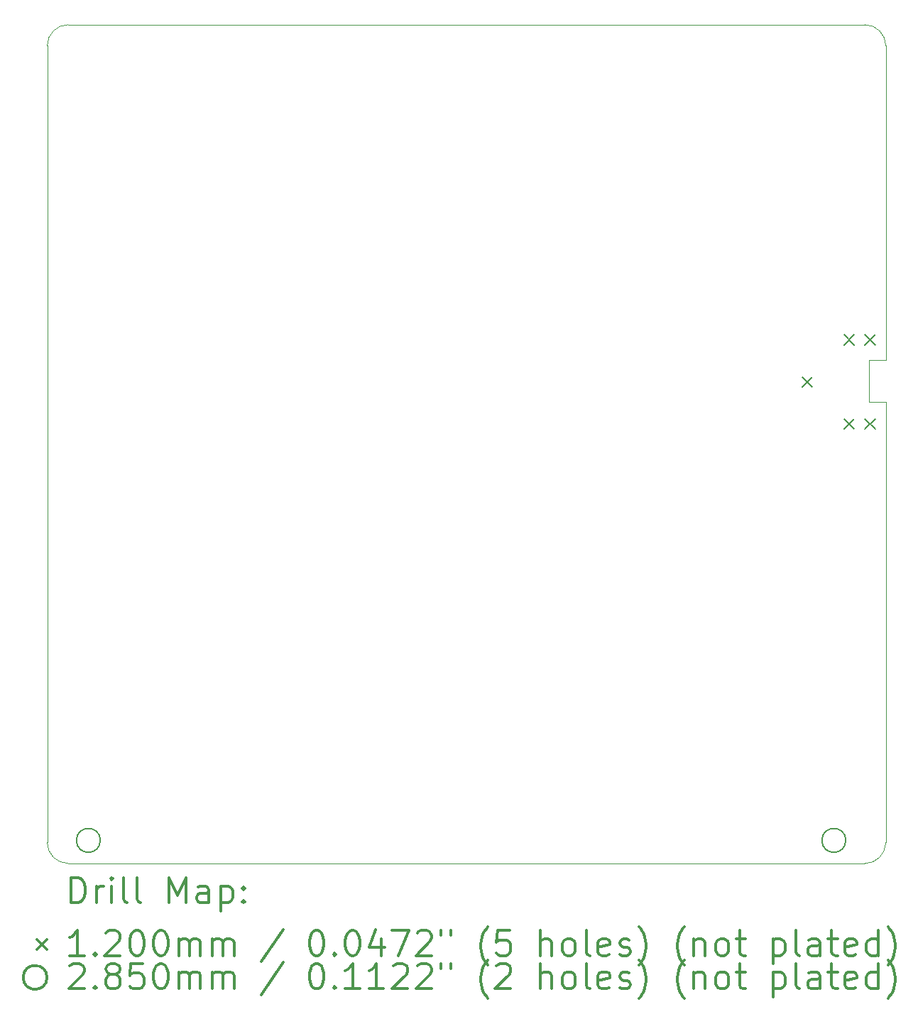
<source format=gbr>
%FSLAX45Y45*%
G04 Gerber Fmt 4.5, Leading zero omitted, Abs format (unit mm)*
G04 Created by KiCad (PCBNEW (5.1.10)-1) date 2021-07-30 10:23:50*
%MOMM*%
%LPD*%
G01*
G04 APERTURE LIST*
%TA.AperFunction,Profile*%
%ADD10C,0.050000*%
%TD*%
%ADD11C,0.200000*%
%ADD12C,0.300000*%
G04 APERTURE END LIST*
D10*
X19800000Y-9500000D02*
X20000000Y-9500000D01*
X19800000Y-9000000D02*
X19800000Y-9500000D01*
X20000000Y-9000000D02*
X19800000Y-9000000D01*
X19750000Y-5000000D02*
G75*
G02*
X20000000Y-5250000I0J-250000D01*
G01*
X10000000Y-5250000D02*
G75*
G02*
X10250000Y-5000000I250000J0D01*
G01*
X10250000Y-15000000D02*
G75*
G02*
X10000000Y-14750000I0J250000D01*
G01*
X20000000Y-14750000D02*
G75*
G02*
X19750000Y-15000000I-250000J0D01*
G01*
X10250000Y-15000000D02*
X19750000Y-15000000D01*
X10250000Y-5000000D02*
X19750000Y-5000000D01*
X20000000Y-9500000D02*
X20000000Y-14750000D01*
X20000000Y-5250000D02*
X20000000Y-9000000D01*
X10000000Y-14750000D02*
X10000000Y-5250000D01*
D11*
X19002000Y-9197300D02*
X19122000Y-9317300D01*
X19122000Y-9197300D02*
X19002000Y-9317300D01*
X19502000Y-8697300D02*
X19622000Y-8817300D01*
X19622000Y-8697300D02*
X19502000Y-8817300D01*
X19502000Y-9697300D02*
X19622000Y-9817300D01*
X19622000Y-9697300D02*
X19502000Y-9817300D01*
X19752000Y-8697300D02*
X19872000Y-8817300D01*
X19872000Y-8697300D02*
X19752000Y-8817300D01*
X19752000Y-9697300D02*
X19872000Y-9817300D01*
X19872000Y-9697300D02*
X19752000Y-9817300D01*
X10632900Y-14724800D02*
G75*
G03*
X10632900Y-14724800I-142500J0D01*
G01*
X19522900Y-14724800D02*
G75*
G03*
X19522900Y-14724800I-142500J0D01*
G01*
D12*
X10283928Y-15468214D02*
X10283928Y-15168214D01*
X10355357Y-15168214D01*
X10398214Y-15182500D01*
X10426786Y-15211071D01*
X10441071Y-15239643D01*
X10455357Y-15296786D01*
X10455357Y-15339643D01*
X10441071Y-15396786D01*
X10426786Y-15425357D01*
X10398214Y-15453929D01*
X10355357Y-15468214D01*
X10283928Y-15468214D01*
X10583928Y-15468214D02*
X10583928Y-15268214D01*
X10583928Y-15325357D02*
X10598214Y-15296786D01*
X10612500Y-15282500D01*
X10641071Y-15268214D01*
X10669643Y-15268214D01*
X10769643Y-15468214D02*
X10769643Y-15268214D01*
X10769643Y-15168214D02*
X10755357Y-15182500D01*
X10769643Y-15196786D01*
X10783928Y-15182500D01*
X10769643Y-15168214D01*
X10769643Y-15196786D01*
X10955357Y-15468214D02*
X10926786Y-15453929D01*
X10912500Y-15425357D01*
X10912500Y-15168214D01*
X11112500Y-15468214D02*
X11083928Y-15453929D01*
X11069643Y-15425357D01*
X11069643Y-15168214D01*
X11455357Y-15468214D02*
X11455357Y-15168214D01*
X11555357Y-15382500D01*
X11655357Y-15168214D01*
X11655357Y-15468214D01*
X11926786Y-15468214D02*
X11926786Y-15311071D01*
X11912500Y-15282500D01*
X11883928Y-15268214D01*
X11826786Y-15268214D01*
X11798214Y-15282500D01*
X11926786Y-15453929D02*
X11898214Y-15468214D01*
X11826786Y-15468214D01*
X11798214Y-15453929D01*
X11783928Y-15425357D01*
X11783928Y-15396786D01*
X11798214Y-15368214D01*
X11826786Y-15353929D01*
X11898214Y-15353929D01*
X11926786Y-15339643D01*
X12069643Y-15268214D02*
X12069643Y-15568214D01*
X12069643Y-15282500D02*
X12098214Y-15268214D01*
X12155357Y-15268214D01*
X12183928Y-15282500D01*
X12198214Y-15296786D01*
X12212500Y-15325357D01*
X12212500Y-15411071D01*
X12198214Y-15439643D01*
X12183928Y-15453929D01*
X12155357Y-15468214D01*
X12098214Y-15468214D01*
X12069643Y-15453929D01*
X12341071Y-15439643D02*
X12355357Y-15453929D01*
X12341071Y-15468214D01*
X12326786Y-15453929D01*
X12341071Y-15439643D01*
X12341071Y-15468214D01*
X12341071Y-15282500D02*
X12355357Y-15296786D01*
X12341071Y-15311071D01*
X12326786Y-15296786D01*
X12341071Y-15282500D01*
X12341071Y-15311071D01*
X9877500Y-15902500D02*
X9997500Y-16022500D01*
X9997500Y-15902500D02*
X9877500Y-16022500D01*
X10441071Y-16098214D02*
X10269643Y-16098214D01*
X10355357Y-16098214D02*
X10355357Y-15798214D01*
X10326786Y-15841071D01*
X10298214Y-15869643D01*
X10269643Y-15883929D01*
X10569643Y-16069643D02*
X10583928Y-16083929D01*
X10569643Y-16098214D01*
X10555357Y-16083929D01*
X10569643Y-16069643D01*
X10569643Y-16098214D01*
X10698214Y-15826786D02*
X10712500Y-15812500D01*
X10741071Y-15798214D01*
X10812500Y-15798214D01*
X10841071Y-15812500D01*
X10855357Y-15826786D01*
X10869643Y-15855357D01*
X10869643Y-15883929D01*
X10855357Y-15926786D01*
X10683928Y-16098214D01*
X10869643Y-16098214D01*
X11055357Y-15798214D02*
X11083928Y-15798214D01*
X11112500Y-15812500D01*
X11126786Y-15826786D01*
X11141071Y-15855357D01*
X11155357Y-15912500D01*
X11155357Y-15983929D01*
X11141071Y-16041071D01*
X11126786Y-16069643D01*
X11112500Y-16083929D01*
X11083928Y-16098214D01*
X11055357Y-16098214D01*
X11026786Y-16083929D01*
X11012500Y-16069643D01*
X10998214Y-16041071D01*
X10983928Y-15983929D01*
X10983928Y-15912500D01*
X10998214Y-15855357D01*
X11012500Y-15826786D01*
X11026786Y-15812500D01*
X11055357Y-15798214D01*
X11341071Y-15798214D02*
X11369643Y-15798214D01*
X11398214Y-15812500D01*
X11412500Y-15826786D01*
X11426786Y-15855357D01*
X11441071Y-15912500D01*
X11441071Y-15983929D01*
X11426786Y-16041071D01*
X11412500Y-16069643D01*
X11398214Y-16083929D01*
X11369643Y-16098214D01*
X11341071Y-16098214D01*
X11312500Y-16083929D01*
X11298214Y-16069643D01*
X11283928Y-16041071D01*
X11269643Y-15983929D01*
X11269643Y-15912500D01*
X11283928Y-15855357D01*
X11298214Y-15826786D01*
X11312500Y-15812500D01*
X11341071Y-15798214D01*
X11569643Y-16098214D02*
X11569643Y-15898214D01*
X11569643Y-15926786D02*
X11583928Y-15912500D01*
X11612500Y-15898214D01*
X11655357Y-15898214D01*
X11683928Y-15912500D01*
X11698214Y-15941071D01*
X11698214Y-16098214D01*
X11698214Y-15941071D02*
X11712500Y-15912500D01*
X11741071Y-15898214D01*
X11783928Y-15898214D01*
X11812500Y-15912500D01*
X11826786Y-15941071D01*
X11826786Y-16098214D01*
X11969643Y-16098214D02*
X11969643Y-15898214D01*
X11969643Y-15926786D02*
X11983928Y-15912500D01*
X12012500Y-15898214D01*
X12055357Y-15898214D01*
X12083928Y-15912500D01*
X12098214Y-15941071D01*
X12098214Y-16098214D01*
X12098214Y-15941071D02*
X12112500Y-15912500D01*
X12141071Y-15898214D01*
X12183928Y-15898214D01*
X12212500Y-15912500D01*
X12226786Y-15941071D01*
X12226786Y-16098214D01*
X12812500Y-15783929D02*
X12555357Y-16169643D01*
X13198214Y-15798214D02*
X13226786Y-15798214D01*
X13255357Y-15812500D01*
X13269643Y-15826786D01*
X13283928Y-15855357D01*
X13298214Y-15912500D01*
X13298214Y-15983929D01*
X13283928Y-16041071D01*
X13269643Y-16069643D01*
X13255357Y-16083929D01*
X13226786Y-16098214D01*
X13198214Y-16098214D01*
X13169643Y-16083929D01*
X13155357Y-16069643D01*
X13141071Y-16041071D01*
X13126786Y-15983929D01*
X13126786Y-15912500D01*
X13141071Y-15855357D01*
X13155357Y-15826786D01*
X13169643Y-15812500D01*
X13198214Y-15798214D01*
X13426786Y-16069643D02*
X13441071Y-16083929D01*
X13426786Y-16098214D01*
X13412500Y-16083929D01*
X13426786Y-16069643D01*
X13426786Y-16098214D01*
X13626786Y-15798214D02*
X13655357Y-15798214D01*
X13683928Y-15812500D01*
X13698214Y-15826786D01*
X13712500Y-15855357D01*
X13726786Y-15912500D01*
X13726786Y-15983929D01*
X13712500Y-16041071D01*
X13698214Y-16069643D01*
X13683928Y-16083929D01*
X13655357Y-16098214D01*
X13626786Y-16098214D01*
X13598214Y-16083929D01*
X13583928Y-16069643D01*
X13569643Y-16041071D01*
X13555357Y-15983929D01*
X13555357Y-15912500D01*
X13569643Y-15855357D01*
X13583928Y-15826786D01*
X13598214Y-15812500D01*
X13626786Y-15798214D01*
X13983928Y-15898214D02*
X13983928Y-16098214D01*
X13912500Y-15783929D02*
X13841071Y-15998214D01*
X14026786Y-15998214D01*
X14112500Y-15798214D02*
X14312500Y-15798214D01*
X14183928Y-16098214D01*
X14412500Y-15826786D02*
X14426786Y-15812500D01*
X14455357Y-15798214D01*
X14526786Y-15798214D01*
X14555357Y-15812500D01*
X14569643Y-15826786D01*
X14583928Y-15855357D01*
X14583928Y-15883929D01*
X14569643Y-15926786D01*
X14398214Y-16098214D01*
X14583928Y-16098214D01*
X14698214Y-15798214D02*
X14698214Y-15855357D01*
X14812500Y-15798214D02*
X14812500Y-15855357D01*
X15255357Y-16212500D02*
X15241071Y-16198214D01*
X15212500Y-16155357D01*
X15198214Y-16126786D01*
X15183928Y-16083929D01*
X15169643Y-16012500D01*
X15169643Y-15955357D01*
X15183928Y-15883929D01*
X15198214Y-15841071D01*
X15212500Y-15812500D01*
X15241071Y-15769643D01*
X15255357Y-15755357D01*
X15512500Y-15798214D02*
X15369643Y-15798214D01*
X15355357Y-15941071D01*
X15369643Y-15926786D01*
X15398214Y-15912500D01*
X15469643Y-15912500D01*
X15498214Y-15926786D01*
X15512500Y-15941071D01*
X15526786Y-15969643D01*
X15526786Y-16041071D01*
X15512500Y-16069643D01*
X15498214Y-16083929D01*
X15469643Y-16098214D01*
X15398214Y-16098214D01*
X15369643Y-16083929D01*
X15355357Y-16069643D01*
X15883928Y-16098214D02*
X15883928Y-15798214D01*
X16012500Y-16098214D02*
X16012500Y-15941071D01*
X15998214Y-15912500D01*
X15969643Y-15898214D01*
X15926786Y-15898214D01*
X15898214Y-15912500D01*
X15883928Y-15926786D01*
X16198214Y-16098214D02*
X16169643Y-16083929D01*
X16155357Y-16069643D01*
X16141071Y-16041071D01*
X16141071Y-15955357D01*
X16155357Y-15926786D01*
X16169643Y-15912500D01*
X16198214Y-15898214D01*
X16241071Y-15898214D01*
X16269643Y-15912500D01*
X16283928Y-15926786D01*
X16298214Y-15955357D01*
X16298214Y-16041071D01*
X16283928Y-16069643D01*
X16269643Y-16083929D01*
X16241071Y-16098214D01*
X16198214Y-16098214D01*
X16469643Y-16098214D02*
X16441071Y-16083929D01*
X16426786Y-16055357D01*
X16426786Y-15798214D01*
X16698214Y-16083929D02*
X16669643Y-16098214D01*
X16612500Y-16098214D01*
X16583928Y-16083929D01*
X16569643Y-16055357D01*
X16569643Y-15941071D01*
X16583928Y-15912500D01*
X16612500Y-15898214D01*
X16669643Y-15898214D01*
X16698214Y-15912500D01*
X16712500Y-15941071D01*
X16712500Y-15969643D01*
X16569643Y-15998214D01*
X16826786Y-16083929D02*
X16855357Y-16098214D01*
X16912500Y-16098214D01*
X16941071Y-16083929D01*
X16955357Y-16055357D01*
X16955357Y-16041071D01*
X16941071Y-16012500D01*
X16912500Y-15998214D01*
X16869643Y-15998214D01*
X16841071Y-15983929D01*
X16826786Y-15955357D01*
X16826786Y-15941071D01*
X16841071Y-15912500D01*
X16869643Y-15898214D01*
X16912500Y-15898214D01*
X16941071Y-15912500D01*
X17055357Y-16212500D02*
X17069643Y-16198214D01*
X17098214Y-16155357D01*
X17112500Y-16126786D01*
X17126786Y-16083929D01*
X17141071Y-16012500D01*
X17141071Y-15955357D01*
X17126786Y-15883929D01*
X17112500Y-15841071D01*
X17098214Y-15812500D01*
X17069643Y-15769643D01*
X17055357Y-15755357D01*
X17598214Y-16212500D02*
X17583928Y-16198214D01*
X17555357Y-16155357D01*
X17541071Y-16126786D01*
X17526786Y-16083929D01*
X17512500Y-16012500D01*
X17512500Y-15955357D01*
X17526786Y-15883929D01*
X17541071Y-15841071D01*
X17555357Y-15812500D01*
X17583928Y-15769643D01*
X17598214Y-15755357D01*
X17712500Y-15898214D02*
X17712500Y-16098214D01*
X17712500Y-15926786D02*
X17726786Y-15912500D01*
X17755357Y-15898214D01*
X17798214Y-15898214D01*
X17826786Y-15912500D01*
X17841071Y-15941071D01*
X17841071Y-16098214D01*
X18026786Y-16098214D02*
X17998214Y-16083929D01*
X17983928Y-16069643D01*
X17969643Y-16041071D01*
X17969643Y-15955357D01*
X17983928Y-15926786D01*
X17998214Y-15912500D01*
X18026786Y-15898214D01*
X18069643Y-15898214D01*
X18098214Y-15912500D01*
X18112500Y-15926786D01*
X18126786Y-15955357D01*
X18126786Y-16041071D01*
X18112500Y-16069643D01*
X18098214Y-16083929D01*
X18069643Y-16098214D01*
X18026786Y-16098214D01*
X18212500Y-15898214D02*
X18326786Y-15898214D01*
X18255357Y-15798214D02*
X18255357Y-16055357D01*
X18269643Y-16083929D01*
X18298214Y-16098214D01*
X18326786Y-16098214D01*
X18655357Y-15898214D02*
X18655357Y-16198214D01*
X18655357Y-15912500D02*
X18683928Y-15898214D01*
X18741071Y-15898214D01*
X18769643Y-15912500D01*
X18783928Y-15926786D01*
X18798214Y-15955357D01*
X18798214Y-16041071D01*
X18783928Y-16069643D01*
X18769643Y-16083929D01*
X18741071Y-16098214D01*
X18683928Y-16098214D01*
X18655357Y-16083929D01*
X18969643Y-16098214D02*
X18941071Y-16083929D01*
X18926786Y-16055357D01*
X18926786Y-15798214D01*
X19212500Y-16098214D02*
X19212500Y-15941071D01*
X19198214Y-15912500D01*
X19169643Y-15898214D01*
X19112500Y-15898214D01*
X19083928Y-15912500D01*
X19212500Y-16083929D02*
X19183928Y-16098214D01*
X19112500Y-16098214D01*
X19083928Y-16083929D01*
X19069643Y-16055357D01*
X19069643Y-16026786D01*
X19083928Y-15998214D01*
X19112500Y-15983929D01*
X19183928Y-15983929D01*
X19212500Y-15969643D01*
X19312500Y-15898214D02*
X19426786Y-15898214D01*
X19355357Y-15798214D02*
X19355357Y-16055357D01*
X19369643Y-16083929D01*
X19398214Y-16098214D01*
X19426786Y-16098214D01*
X19641071Y-16083929D02*
X19612500Y-16098214D01*
X19555357Y-16098214D01*
X19526786Y-16083929D01*
X19512500Y-16055357D01*
X19512500Y-15941071D01*
X19526786Y-15912500D01*
X19555357Y-15898214D01*
X19612500Y-15898214D01*
X19641071Y-15912500D01*
X19655357Y-15941071D01*
X19655357Y-15969643D01*
X19512500Y-15998214D01*
X19912500Y-16098214D02*
X19912500Y-15798214D01*
X19912500Y-16083929D02*
X19883928Y-16098214D01*
X19826786Y-16098214D01*
X19798214Y-16083929D01*
X19783928Y-16069643D01*
X19769643Y-16041071D01*
X19769643Y-15955357D01*
X19783928Y-15926786D01*
X19798214Y-15912500D01*
X19826786Y-15898214D01*
X19883928Y-15898214D01*
X19912500Y-15912500D01*
X20026786Y-16212500D02*
X20041071Y-16198214D01*
X20069643Y-16155357D01*
X20083928Y-16126786D01*
X20098214Y-16083929D01*
X20112500Y-16012500D01*
X20112500Y-15955357D01*
X20098214Y-15883929D01*
X20083928Y-15841071D01*
X20069643Y-15812500D01*
X20041071Y-15769643D01*
X20026786Y-15755357D01*
X9997500Y-16358500D02*
G75*
G03*
X9997500Y-16358500I-142500J0D01*
G01*
X10269643Y-16222786D02*
X10283928Y-16208500D01*
X10312500Y-16194214D01*
X10383928Y-16194214D01*
X10412500Y-16208500D01*
X10426786Y-16222786D01*
X10441071Y-16251357D01*
X10441071Y-16279929D01*
X10426786Y-16322786D01*
X10255357Y-16494214D01*
X10441071Y-16494214D01*
X10569643Y-16465643D02*
X10583928Y-16479929D01*
X10569643Y-16494214D01*
X10555357Y-16479929D01*
X10569643Y-16465643D01*
X10569643Y-16494214D01*
X10755357Y-16322786D02*
X10726786Y-16308500D01*
X10712500Y-16294214D01*
X10698214Y-16265643D01*
X10698214Y-16251357D01*
X10712500Y-16222786D01*
X10726786Y-16208500D01*
X10755357Y-16194214D01*
X10812500Y-16194214D01*
X10841071Y-16208500D01*
X10855357Y-16222786D01*
X10869643Y-16251357D01*
X10869643Y-16265643D01*
X10855357Y-16294214D01*
X10841071Y-16308500D01*
X10812500Y-16322786D01*
X10755357Y-16322786D01*
X10726786Y-16337071D01*
X10712500Y-16351357D01*
X10698214Y-16379929D01*
X10698214Y-16437071D01*
X10712500Y-16465643D01*
X10726786Y-16479929D01*
X10755357Y-16494214D01*
X10812500Y-16494214D01*
X10841071Y-16479929D01*
X10855357Y-16465643D01*
X10869643Y-16437071D01*
X10869643Y-16379929D01*
X10855357Y-16351357D01*
X10841071Y-16337071D01*
X10812500Y-16322786D01*
X11141071Y-16194214D02*
X10998214Y-16194214D01*
X10983928Y-16337071D01*
X10998214Y-16322786D01*
X11026786Y-16308500D01*
X11098214Y-16308500D01*
X11126786Y-16322786D01*
X11141071Y-16337071D01*
X11155357Y-16365643D01*
X11155357Y-16437071D01*
X11141071Y-16465643D01*
X11126786Y-16479929D01*
X11098214Y-16494214D01*
X11026786Y-16494214D01*
X10998214Y-16479929D01*
X10983928Y-16465643D01*
X11341071Y-16194214D02*
X11369643Y-16194214D01*
X11398214Y-16208500D01*
X11412500Y-16222786D01*
X11426786Y-16251357D01*
X11441071Y-16308500D01*
X11441071Y-16379929D01*
X11426786Y-16437071D01*
X11412500Y-16465643D01*
X11398214Y-16479929D01*
X11369643Y-16494214D01*
X11341071Y-16494214D01*
X11312500Y-16479929D01*
X11298214Y-16465643D01*
X11283928Y-16437071D01*
X11269643Y-16379929D01*
X11269643Y-16308500D01*
X11283928Y-16251357D01*
X11298214Y-16222786D01*
X11312500Y-16208500D01*
X11341071Y-16194214D01*
X11569643Y-16494214D02*
X11569643Y-16294214D01*
X11569643Y-16322786D02*
X11583928Y-16308500D01*
X11612500Y-16294214D01*
X11655357Y-16294214D01*
X11683928Y-16308500D01*
X11698214Y-16337071D01*
X11698214Y-16494214D01*
X11698214Y-16337071D02*
X11712500Y-16308500D01*
X11741071Y-16294214D01*
X11783928Y-16294214D01*
X11812500Y-16308500D01*
X11826786Y-16337071D01*
X11826786Y-16494214D01*
X11969643Y-16494214D02*
X11969643Y-16294214D01*
X11969643Y-16322786D02*
X11983928Y-16308500D01*
X12012500Y-16294214D01*
X12055357Y-16294214D01*
X12083928Y-16308500D01*
X12098214Y-16337071D01*
X12098214Y-16494214D01*
X12098214Y-16337071D02*
X12112500Y-16308500D01*
X12141071Y-16294214D01*
X12183928Y-16294214D01*
X12212500Y-16308500D01*
X12226786Y-16337071D01*
X12226786Y-16494214D01*
X12812500Y-16179929D02*
X12555357Y-16565643D01*
X13198214Y-16194214D02*
X13226786Y-16194214D01*
X13255357Y-16208500D01*
X13269643Y-16222786D01*
X13283928Y-16251357D01*
X13298214Y-16308500D01*
X13298214Y-16379929D01*
X13283928Y-16437071D01*
X13269643Y-16465643D01*
X13255357Y-16479929D01*
X13226786Y-16494214D01*
X13198214Y-16494214D01*
X13169643Y-16479929D01*
X13155357Y-16465643D01*
X13141071Y-16437071D01*
X13126786Y-16379929D01*
X13126786Y-16308500D01*
X13141071Y-16251357D01*
X13155357Y-16222786D01*
X13169643Y-16208500D01*
X13198214Y-16194214D01*
X13426786Y-16465643D02*
X13441071Y-16479929D01*
X13426786Y-16494214D01*
X13412500Y-16479929D01*
X13426786Y-16465643D01*
X13426786Y-16494214D01*
X13726786Y-16494214D02*
X13555357Y-16494214D01*
X13641071Y-16494214D02*
X13641071Y-16194214D01*
X13612500Y-16237071D01*
X13583928Y-16265643D01*
X13555357Y-16279929D01*
X14012500Y-16494214D02*
X13841071Y-16494214D01*
X13926786Y-16494214D02*
X13926786Y-16194214D01*
X13898214Y-16237071D01*
X13869643Y-16265643D01*
X13841071Y-16279929D01*
X14126786Y-16222786D02*
X14141071Y-16208500D01*
X14169643Y-16194214D01*
X14241071Y-16194214D01*
X14269643Y-16208500D01*
X14283928Y-16222786D01*
X14298214Y-16251357D01*
X14298214Y-16279929D01*
X14283928Y-16322786D01*
X14112500Y-16494214D01*
X14298214Y-16494214D01*
X14412500Y-16222786D02*
X14426786Y-16208500D01*
X14455357Y-16194214D01*
X14526786Y-16194214D01*
X14555357Y-16208500D01*
X14569643Y-16222786D01*
X14583928Y-16251357D01*
X14583928Y-16279929D01*
X14569643Y-16322786D01*
X14398214Y-16494214D01*
X14583928Y-16494214D01*
X14698214Y-16194214D02*
X14698214Y-16251357D01*
X14812500Y-16194214D02*
X14812500Y-16251357D01*
X15255357Y-16608500D02*
X15241071Y-16594214D01*
X15212500Y-16551357D01*
X15198214Y-16522786D01*
X15183928Y-16479929D01*
X15169643Y-16408500D01*
X15169643Y-16351357D01*
X15183928Y-16279929D01*
X15198214Y-16237071D01*
X15212500Y-16208500D01*
X15241071Y-16165643D01*
X15255357Y-16151357D01*
X15355357Y-16222786D02*
X15369643Y-16208500D01*
X15398214Y-16194214D01*
X15469643Y-16194214D01*
X15498214Y-16208500D01*
X15512500Y-16222786D01*
X15526786Y-16251357D01*
X15526786Y-16279929D01*
X15512500Y-16322786D01*
X15341071Y-16494214D01*
X15526786Y-16494214D01*
X15883928Y-16494214D02*
X15883928Y-16194214D01*
X16012500Y-16494214D02*
X16012500Y-16337071D01*
X15998214Y-16308500D01*
X15969643Y-16294214D01*
X15926786Y-16294214D01*
X15898214Y-16308500D01*
X15883928Y-16322786D01*
X16198214Y-16494214D02*
X16169643Y-16479929D01*
X16155357Y-16465643D01*
X16141071Y-16437071D01*
X16141071Y-16351357D01*
X16155357Y-16322786D01*
X16169643Y-16308500D01*
X16198214Y-16294214D01*
X16241071Y-16294214D01*
X16269643Y-16308500D01*
X16283928Y-16322786D01*
X16298214Y-16351357D01*
X16298214Y-16437071D01*
X16283928Y-16465643D01*
X16269643Y-16479929D01*
X16241071Y-16494214D01*
X16198214Y-16494214D01*
X16469643Y-16494214D02*
X16441071Y-16479929D01*
X16426786Y-16451357D01*
X16426786Y-16194214D01*
X16698214Y-16479929D02*
X16669643Y-16494214D01*
X16612500Y-16494214D01*
X16583928Y-16479929D01*
X16569643Y-16451357D01*
X16569643Y-16337071D01*
X16583928Y-16308500D01*
X16612500Y-16294214D01*
X16669643Y-16294214D01*
X16698214Y-16308500D01*
X16712500Y-16337071D01*
X16712500Y-16365643D01*
X16569643Y-16394214D01*
X16826786Y-16479929D02*
X16855357Y-16494214D01*
X16912500Y-16494214D01*
X16941071Y-16479929D01*
X16955357Y-16451357D01*
X16955357Y-16437071D01*
X16941071Y-16408500D01*
X16912500Y-16394214D01*
X16869643Y-16394214D01*
X16841071Y-16379929D01*
X16826786Y-16351357D01*
X16826786Y-16337071D01*
X16841071Y-16308500D01*
X16869643Y-16294214D01*
X16912500Y-16294214D01*
X16941071Y-16308500D01*
X17055357Y-16608500D02*
X17069643Y-16594214D01*
X17098214Y-16551357D01*
X17112500Y-16522786D01*
X17126786Y-16479929D01*
X17141071Y-16408500D01*
X17141071Y-16351357D01*
X17126786Y-16279929D01*
X17112500Y-16237071D01*
X17098214Y-16208500D01*
X17069643Y-16165643D01*
X17055357Y-16151357D01*
X17598214Y-16608500D02*
X17583928Y-16594214D01*
X17555357Y-16551357D01*
X17541071Y-16522786D01*
X17526786Y-16479929D01*
X17512500Y-16408500D01*
X17512500Y-16351357D01*
X17526786Y-16279929D01*
X17541071Y-16237071D01*
X17555357Y-16208500D01*
X17583928Y-16165643D01*
X17598214Y-16151357D01*
X17712500Y-16294214D02*
X17712500Y-16494214D01*
X17712500Y-16322786D02*
X17726786Y-16308500D01*
X17755357Y-16294214D01*
X17798214Y-16294214D01*
X17826786Y-16308500D01*
X17841071Y-16337071D01*
X17841071Y-16494214D01*
X18026786Y-16494214D02*
X17998214Y-16479929D01*
X17983928Y-16465643D01*
X17969643Y-16437071D01*
X17969643Y-16351357D01*
X17983928Y-16322786D01*
X17998214Y-16308500D01*
X18026786Y-16294214D01*
X18069643Y-16294214D01*
X18098214Y-16308500D01*
X18112500Y-16322786D01*
X18126786Y-16351357D01*
X18126786Y-16437071D01*
X18112500Y-16465643D01*
X18098214Y-16479929D01*
X18069643Y-16494214D01*
X18026786Y-16494214D01*
X18212500Y-16294214D02*
X18326786Y-16294214D01*
X18255357Y-16194214D02*
X18255357Y-16451357D01*
X18269643Y-16479929D01*
X18298214Y-16494214D01*
X18326786Y-16494214D01*
X18655357Y-16294214D02*
X18655357Y-16594214D01*
X18655357Y-16308500D02*
X18683928Y-16294214D01*
X18741071Y-16294214D01*
X18769643Y-16308500D01*
X18783928Y-16322786D01*
X18798214Y-16351357D01*
X18798214Y-16437071D01*
X18783928Y-16465643D01*
X18769643Y-16479929D01*
X18741071Y-16494214D01*
X18683928Y-16494214D01*
X18655357Y-16479929D01*
X18969643Y-16494214D02*
X18941071Y-16479929D01*
X18926786Y-16451357D01*
X18926786Y-16194214D01*
X19212500Y-16494214D02*
X19212500Y-16337071D01*
X19198214Y-16308500D01*
X19169643Y-16294214D01*
X19112500Y-16294214D01*
X19083928Y-16308500D01*
X19212500Y-16479929D02*
X19183928Y-16494214D01*
X19112500Y-16494214D01*
X19083928Y-16479929D01*
X19069643Y-16451357D01*
X19069643Y-16422786D01*
X19083928Y-16394214D01*
X19112500Y-16379929D01*
X19183928Y-16379929D01*
X19212500Y-16365643D01*
X19312500Y-16294214D02*
X19426786Y-16294214D01*
X19355357Y-16194214D02*
X19355357Y-16451357D01*
X19369643Y-16479929D01*
X19398214Y-16494214D01*
X19426786Y-16494214D01*
X19641071Y-16479929D02*
X19612500Y-16494214D01*
X19555357Y-16494214D01*
X19526786Y-16479929D01*
X19512500Y-16451357D01*
X19512500Y-16337071D01*
X19526786Y-16308500D01*
X19555357Y-16294214D01*
X19612500Y-16294214D01*
X19641071Y-16308500D01*
X19655357Y-16337071D01*
X19655357Y-16365643D01*
X19512500Y-16394214D01*
X19912500Y-16494214D02*
X19912500Y-16194214D01*
X19912500Y-16479929D02*
X19883928Y-16494214D01*
X19826786Y-16494214D01*
X19798214Y-16479929D01*
X19783928Y-16465643D01*
X19769643Y-16437071D01*
X19769643Y-16351357D01*
X19783928Y-16322786D01*
X19798214Y-16308500D01*
X19826786Y-16294214D01*
X19883928Y-16294214D01*
X19912500Y-16308500D01*
X20026786Y-16608500D02*
X20041071Y-16594214D01*
X20069643Y-16551357D01*
X20083928Y-16522786D01*
X20098214Y-16479929D01*
X20112500Y-16408500D01*
X20112500Y-16351357D01*
X20098214Y-16279929D01*
X20083928Y-16237071D01*
X20069643Y-16208500D01*
X20041071Y-16165643D01*
X20026786Y-16151357D01*
M02*

</source>
